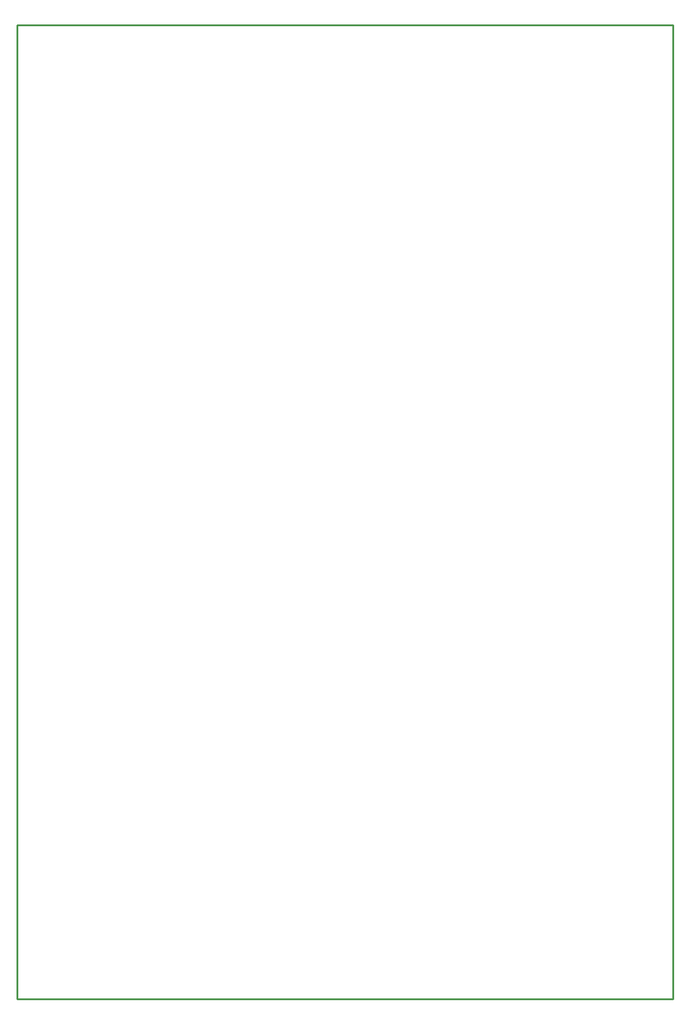
<source format=gko>
%FSLAX44Y44*%
%MOMM*%
G71*
G01*
G75*
G04 Layer_Color=16711935*
%ADD10C,0.6000*%
G04:AMPARAMS|DCode=11|XSize=1.4mm|YSize=1.2mm|CornerRadius=0.198mm|HoleSize=0mm|Usage=FLASHONLY|Rotation=90.000|XOffset=0mm|YOffset=0mm|HoleType=Round|Shape=RoundedRectangle|*
%AMROUNDEDRECTD11*
21,1,1.4000,0.8040,0,0,90.0*
21,1,1.0040,1.2000,0,0,90.0*
1,1,0.3960,0.4020,0.5020*
1,1,0.3960,0.4020,-0.5020*
1,1,0.3960,-0.4020,-0.5020*
1,1,0.3960,-0.4020,0.5020*
%
%ADD11ROUNDEDRECTD11*%
G04:AMPARAMS|DCode=12|XSize=1mm|YSize=0.9mm|CornerRadius=0.198mm|HoleSize=0mm|Usage=FLASHONLY|Rotation=180.000|XOffset=0mm|YOffset=0mm|HoleType=Round|Shape=RoundedRectangle|*
%AMROUNDEDRECTD12*
21,1,1.0000,0.5040,0,0,180.0*
21,1,0.6040,0.9000,0,0,180.0*
1,1,0.3960,-0.3020,0.2520*
1,1,0.3960,0.3020,0.2520*
1,1,0.3960,0.3020,-0.2520*
1,1,0.3960,-0.3020,-0.2520*
%
%ADD12ROUNDEDRECTD12*%
G04:AMPARAMS|DCode=13|XSize=1.05mm|YSize=0.65mm|CornerRadius=0.2015mm|HoleSize=0mm|Usage=FLASHONLY|Rotation=0.000|XOffset=0mm|YOffset=0mm|HoleType=Round|Shape=RoundedRectangle|*
%AMROUNDEDRECTD13*
21,1,1.0500,0.2470,0,0,0.0*
21,1,0.6470,0.6500,0,0,0.0*
1,1,0.4030,0.3235,-0.1235*
1,1,0.4030,-0.3235,-0.1235*
1,1,0.4030,-0.3235,0.1235*
1,1,0.4030,0.3235,0.1235*
%
%ADD13ROUNDEDRECTD13*%
G04:AMPARAMS|DCode=14|XSize=1mm|YSize=0.9mm|CornerRadius=0.198mm|HoleSize=0mm|Usage=FLASHONLY|Rotation=90.000|XOffset=0mm|YOffset=0mm|HoleType=Round|Shape=RoundedRectangle|*
%AMROUNDEDRECTD14*
21,1,1.0000,0.5040,0,0,90.0*
21,1,0.6040,0.9000,0,0,90.0*
1,1,0.3960,0.2520,0.3020*
1,1,0.3960,0.2520,-0.3020*
1,1,0.3960,-0.2520,-0.3020*
1,1,0.3960,-0.2520,0.3020*
%
%ADD14ROUNDEDRECTD14*%
G04:AMPARAMS|DCode=15|XSize=1mm|YSize=0.95mm|CornerRadius=0.1995mm|HoleSize=0mm|Usage=FLASHONLY|Rotation=270.000|XOffset=0mm|YOffset=0mm|HoleType=Round|Shape=RoundedRectangle|*
%AMROUNDEDRECTD15*
21,1,1.0000,0.5510,0,0,270.0*
21,1,0.6010,0.9500,0,0,270.0*
1,1,0.3990,-0.2755,-0.3005*
1,1,0.3990,-0.2755,0.3005*
1,1,0.3990,0.2755,0.3005*
1,1,0.3990,0.2755,-0.3005*
%
%ADD15ROUNDEDRECTD15*%
%ADD16C,1.0000*%
%ADD17O,1.5000X0.3000*%
%ADD18O,0.3000X1.5000*%
G04:AMPARAMS|DCode=19|XSize=2.5mm|YSize=2mm|CornerRadius=0.2mm|HoleSize=0mm|Usage=FLASHONLY|Rotation=270.000|XOffset=0mm|YOffset=0mm|HoleType=Round|Shape=RoundedRectangle|*
%AMROUNDEDRECTD19*
21,1,2.5000,1.6000,0,0,270.0*
21,1,2.1000,2.0000,0,0,270.0*
1,1,0.4000,-0.8000,-1.0500*
1,1,0.4000,-0.8000,1.0500*
1,1,0.4000,0.8000,1.0500*
1,1,0.4000,0.8000,-1.0500*
%
%ADD19ROUNDEDRECTD19*%
G04:AMPARAMS|DCode=20|XSize=2.3mm|YSize=0.5mm|CornerRadius=0.2mm|HoleSize=0mm|Usage=FLASHONLY|Rotation=270.000|XOffset=0mm|YOffset=0mm|HoleType=Round|Shape=RoundedRectangle|*
%AMROUNDEDRECTD20*
21,1,2.3000,0.1000,0,0,270.0*
21,1,1.9000,0.5000,0,0,270.0*
1,1,0.4000,-0.0500,-0.9500*
1,1,0.4000,-0.0500,0.9500*
1,1,0.4000,0.0500,0.9500*
1,1,0.4000,0.0500,-0.9500*
%
%ADD20ROUNDEDRECTD20*%
G04:AMPARAMS|DCode=21|XSize=2.5mm|YSize=1.7mm|CornerRadius=0.204mm|HoleSize=0mm|Usage=FLASHONLY|Rotation=0.000|XOffset=0mm|YOffset=0mm|HoleType=Round|Shape=RoundedRectangle|*
%AMROUNDEDRECTD21*
21,1,2.5000,1.2920,0,0,0.0*
21,1,2.0920,1.7000,0,0,0.0*
1,1,0.4080,1.0460,-0.6460*
1,1,0.4080,-1.0460,-0.6460*
1,1,0.4080,-1.0460,0.6460*
1,1,0.4080,1.0460,0.6460*
%
%ADD21ROUNDEDRECTD21*%
G04:AMPARAMS|DCode=22|XSize=1.1mm|YSize=0.8mm|CornerRadius=0.268mm|HoleSize=0mm|Usage=FLASHONLY|Rotation=0.000|XOffset=0mm|YOffset=0mm|HoleType=Round|Shape=RoundedRectangle|*
%AMROUNDEDRECTD22*
21,1,1.1000,0.2640,0,0,0.0*
21,1,0.5640,0.8000,0,0,0.0*
1,1,0.5360,0.2820,-0.1320*
1,1,0.5360,-0.2820,-0.1320*
1,1,0.5360,-0.2820,0.1320*
1,1,0.5360,0.2820,0.1320*
%
%ADD22ROUNDEDRECTD22*%
G04:AMPARAMS|DCode=23|XSize=1.1mm|YSize=0.6mm|CornerRadius=0.201mm|HoleSize=0mm|Usage=FLASHONLY|Rotation=0.000|XOffset=0mm|YOffset=0mm|HoleType=Round|Shape=RoundedRectangle|*
%AMROUNDEDRECTD23*
21,1,1.1000,0.1980,0,0,0.0*
21,1,0.6980,0.6000,0,0,0.0*
1,1,0.4020,0.3490,-0.0990*
1,1,0.4020,-0.3490,-0.0990*
1,1,0.4020,-0.3490,0.0990*
1,1,0.4020,0.3490,0.0990*
%
%ADD23ROUNDEDRECTD23*%
G04:AMPARAMS|DCode=24|XSize=1.2mm|YSize=1.2mm|CornerRadius=0.198mm|HoleSize=0mm|Usage=FLASHONLY|Rotation=0.000|XOffset=0mm|YOffset=0mm|HoleType=Round|Shape=RoundedRectangle|*
%AMROUNDEDRECTD24*
21,1,1.2000,0.8040,0,0,0.0*
21,1,0.8040,1.2000,0,0,0.0*
1,1,0.3960,0.4020,-0.4020*
1,1,0.3960,-0.4020,-0.4020*
1,1,0.3960,-0.4020,0.4020*
1,1,0.3960,0.4020,0.4020*
%
%ADD24ROUNDEDRECTD24*%
G04:AMPARAMS|DCode=25|XSize=1.45mm|YSize=1.15mm|CornerRadius=0.2013mm|HoleSize=0mm|Usage=FLASHONLY|Rotation=180.000|XOffset=0mm|YOffset=0mm|HoleType=Round|Shape=RoundedRectangle|*
%AMROUNDEDRECTD25*
21,1,1.4500,0.7475,0,0,180.0*
21,1,1.0475,1.1500,0,0,180.0*
1,1,0.4025,-0.5238,0.3738*
1,1,0.4025,0.5238,0.3738*
1,1,0.4025,0.5238,-0.3738*
1,1,0.4025,-0.5238,-0.3738*
%
%ADD25ROUNDEDRECTD25*%
G04:AMPARAMS|DCode=26|XSize=1mm|YSize=0.95mm|CornerRadius=0.1995mm|HoleSize=0mm|Usage=FLASHONLY|Rotation=180.000|XOffset=0mm|YOffset=0mm|HoleType=Round|Shape=RoundedRectangle|*
%AMROUNDEDRECTD26*
21,1,1.0000,0.5510,0,0,180.0*
21,1,0.6010,0.9500,0,0,180.0*
1,1,0.3990,-0.3005,0.2755*
1,1,0.3990,0.3005,0.2755*
1,1,0.3990,0.3005,-0.2755*
1,1,0.3990,-0.3005,-0.2755*
%
%ADD26ROUNDEDRECTD26*%
G04:AMPARAMS|DCode=27|XSize=1.45mm|YSize=1.15mm|CornerRadius=0.2013mm|HoleSize=0mm|Usage=FLASHONLY|Rotation=270.000|XOffset=0mm|YOffset=0mm|HoleType=Round|Shape=RoundedRectangle|*
%AMROUNDEDRECTD27*
21,1,1.4500,0.7475,0,0,270.0*
21,1,1.0475,1.1500,0,0,270.0*
1,1,0.4025,-0.3738,-0.5238*
1,1,0.4025,-0.3738,0.5238*
1,1,0.4025,0.3738,0.5238*
1,1,0.4025,0.3738,-0.5238*
%
%ADD27ROUNDEDRECTD27*%
G04:AMPARAMS|DCode=28|XSize=0.62mm|YSize=0.62mm|CornerRadius=0.1488mm|HoleSize=0mm|Usage=FLASHONLY|Rotation=0.000|XOffset=0mm|YOffset=0mm|HoleType=Round|Shape=RoundedRectangle|*
%AMROUNDEDRECTD28*
21,1,0.6200,0.3224,0,0,0.0*
21,1,0.3224,0.6200,0,0,0.0*
1,1,0.2976,0.1612,-0.1612*
1,1,0.2976,-0.1612,-0.1612*
1,1,0.2976,-0.1612,0.1612*
1,1,0.2976,0.1612,0.1612*
%
%ADD28ROUNDEDRECTD28*%
G04:AMPARAMS|DCode=29|XSize=2.7mm|YSize=1.15mm|CornerRadius=0.2013mm|HoleSize=0mm|Usage=FLASHONLY|Rotation=0.000|XOffset=0mm|YOffset=0mm|HoleType=Round|Shape=RoundedRectangle|*
%AMROUNDEDRECTD29*
21,1,2.7000,0.7475,0,0,0.0*
21,1,2.2975,1.1500,0,0,0.0*
1,1,0.4025,1.1487,-0.3738*
1,1,0.4025,-1.1487,-0.3738*
1,1,0.4025,-1.1487,0.3738*
1,1,0.4025,1.1487,0.3738*
%
%ADD29ROUNDEDRECTD29*%
G04:AMPARAMS|DCode=30|XSize=2.7mm|YSize=1.15mm|CornerRadius=0.2013mm|HoleSize=0mm|Usage=FLASHONLY|Rotation=270.000|XOffset=0mm|YOffset=0mm|HoleType=Round|Shape=RoundedRectangle|*
%AMROUNDEDRECTD30*
21,1,2.7000,0.7475,0,0,270.0*
21,1,2.2975,1.1500,0,0,270.0*
1,1,0.4025,-0.3738,-1.1487*
1,1,0.4025,-0.3738,1.1487*
1,1,0.4025,0.3738,1.1487*
1,1,0.4025,0.3738,-1.1487*
%
%ADD30ROUNDEDRECTD30*%
G04:AMPARAMS|DCode=31|XSize=0.65mm|YSize=0.5mm|CornerRadius=0.2mm|HoleSize=0mm|Usage=FLASHONLY|Rotation=0.000|XOffset=0mm|YOffset=0mm|HoleType=Round|Shape=RoundedRectangle|*
%AMROUNDEDRECTD31*
21,1,0.6500,0.1000,0,0,0.0*
21,1,0.2500,0.5000,0,0,0.0*
1,1,0.4000,0.1250,-0.0500*
1,1,0.4000,-0.1250,-0.0500*
1,1,0.4000,-0.1250,0.0500*
1,1,0.4000,0.1250,0.0500*
%
%ADD31ROUNDEDRECTD31*%
G04:AMPARAMS|DCode=32|XSize=3.3mm|YSize=2.5mm|CornerRadius=0.2mm|HoleSize=0mm|Usage=FLASHONLY|Rotation=180.000|XOffset=0mm|YOffset=0mm|HoleType=Round|Shape=RoundedRectangle|*
%AMROUNDEDRECTD32*
21,1,3.3000,2.1000,0,0,180.0*
21,1,2.9000,2.5000,0,0,180.0*
1,1,0.4000,-1.4500,1.0500*
1,1,0.4000,1.4500,1.0500*
1,1,0.4000,1.4500,-1.0500*
1,1,0.4000,-1.4500,-1.0500*
%
%ADD32ROUNDEDRECTD32*%
G04:AMPARAMS|DCode=33|XSize=6.5mm|YSize=5mm|CornerRadius=0.25mm|HoleSize=0mm|Usage=FLASHONLY|Rotation=0.000|XOffset=0mm|YOffset=0mm|HoleType=Round|Shape=RoundedRectangle|*
%AMROUNDEDRECTD33*
21,1,6.5000,4.5000,0,0,0.0*
21,1,6.0000,5.0000,0,0,0.0*
1,1,0.5000,3.0000,-2.2500*
1,1,0.5000,-3.0000,-2.2500*
1,1,0.5000,-3.0000,2.2500*
1,1,0.5000,3.0000,2.2500*
%
%ADD33ROUNDEDRECTD33*%
%ADD34O,0.5000X1.3500*%
%ADD35O,1.3500X0.5000*%
G04:AMPARAMS|DCode=36|XSize=1.75mm|YSize=1.05mm|CornerRadius=0.1995mm|HoleSize=0mm|Usage=FLASHONLY|Rotation=90.000|XOffset=0mm|YOffset=0mm|HoleType=Round|Shape=RoundedRectangle|*
%AMROUNDEDRECTD36*
21,1,1.7500,0.6510,0,0,90.0*
21,1,1.3510,1.0500,0,0,90.0*
1,1,0.3990,0.3255,0.6755*
1,1,0.3990,0.3255,-0.6755*
1,1,0.3990,-0.3255,-0.6755*
1,1,0.3990,-0.3255,0.6755*
%
%ADD36ROUNDEDRECTD36*%
G04:AMPARAMS|DCode=37|XSize=1.75mm|YSize=1.05mm|CornerRadius=0.1995mm|HoleSize=0mm|Usage=FLASHONLY|Rotation=180.000|XOffset=0mm|YOffset=0mm|HoleType=Round|Shape=RoundedRectangle|*
%AMROUNDEDRECTD37*
21,1,1.7500,0.6510,0,0,180.0*
21,1,1.3510,1.0500,0,0,180.0*
1,1,0.3990,-0.6755,0.3255*
1,1,0.3990,0.6755,0.3255*
1,1,0.3990,0.6755,-0.3255*
1,1,0.3990,-0.6755,-0.3255*
%
%ADD37ROUNDEDRECTD37*%
G04:AMPARAMS|DCode=38|XSize=0.7mm|YSize=0.25mm|CornerRadius=0.0838mm|HoleSize=0mm|Usage=FLASHONLY|Rotation=0.000|XOffset=0mm|YOffset=0mm|HoleType=Round|Shape=RoundedRectangle|*
%AMROUNDEDRECTD38*
21,1,0.7000,0.0825,0,0,0.0*
21,1,0.5325,0.2500,0,0,0.0*
1,1,0.1675,0.2662,-0.0413*
1,1,0.1675,-0.2662,-0.0413*
1,1,0.1675,-0.2662,0.0413*
1,1,0.1675,0.2662,0.0413*
%
%ADD38ROUNDEDRECTD38*%
G04:AMPARAMS|DCode=39|XSize=1.35mm|YSize=1.65mm|CornerRadius=0.27mm|HoleSize=0mm|Usage=FLASHONLY|Rotation=90.000|XOffset=0mm|YOffset=0mm|HoleType=Round|Shape=RoundedRectangle|*
%AMROUNDEDRECTD39*
21,1,1.3500,1.1100,0,0,90.0*
21,1,0.8100,1.6500,0,0,90.0*
1,1,0.5400,0.5550,0.4050*
1,1,0.5400,0.5550,-0.4050*
1,1,0.5400,-0.5550,-0.4050*
1,1,0.5400,-0.5550,0.4050*
%
%ADD39ROUNDEDRECTD39*%
%ADD40O,1.5500X0.6000*%
G04:AMPARAMS|DCode=41|XSize=3.95mm|YSize=1.2mm|CornerRadius=0.198mm|HoleSize=0mm|Usage=FLASHONLY|Rotation=90.000|XOffset=0mm|YOffset=0mm|HoleType=Round|Shape=RoundedRectangle|*
%AMROUNDEDRECTD41*
21,1,3.9500,0.8040,0,0,90.0*
21,1,3.5540,1.2000,0,0,90.0*
1,1,0.3960,0.4020,1.7770*
1,1,0.3960,0.4020,-1.7770*
1,1,0.3960,-0.4020,-1.7770*
1,1,0.3960,-0.4020,1.7770*
%
%ADD41ROUNDEDRECTD41*%
G04:AMPARAMS|DCode=42|XSize=11.3mm|YSize=10.75mm|CornerRadius=0.215mm|HoleSize=0mm|Usage=FLASHONLY|Rotation=90.000|XOffset=0mm|YOffset=0mm|HoleType=Round|Shape=RoundedRectangle|*
%AMROUNDEDRECTD42*
21,1,11.3000,10.3200,0,0,90.0*
21,1,10.8700,10.7500,0,0,90.0*
1,1,0.4300,5.1600,5.4350*
1,1,0.4300,5.1600,-5.4350*
1,1,0.4300,-5.1600,-5.4350*
1,1,0.4300,-5.1600,5.4350*
%
%ADD42ROUNDEDRECTD42*%
G04:AMPARAMS|DCode=43|XSize=2.85mm|YSize=1mm|CornerRadius=0.2mm|HoleSize=0mm|Usage=FLASHONLY|Rotation=90.000|XOffset=0mm|YOffset=0mm|HoleType=Round|Shape=RoundedRectangle|*
%AMROUNDEDRECTD43*
21,1,2.8500,0.6000,0,0,90.0*
21,1,2.4500,1.0000,0,0,90.0*
1,1,0.4000,0.3000,1.2250*
1,1,0.4000,0.3000,-1.2250*
1,1,0.4000,-0.3000,-1.2250*
1,1,0.4000,-0.3000,1.2250*
%
%ADD43ROUNDEDRECTD43*%
G04:AMPARAMS|DCode=44|XSize=6.45mm|YSize=6mm|CornerRadius=0.21mm|HoleSize=0mm|Usage=FLASHONLY|Rotation=90.000|XOffset=0mm|YOffset=0mm|HoleType=Round|Shape=RoundedRectangle|*
%AMROUNDEDRECTD44*
21,1,6.4500,5.5800,0,0,90.0*
21,1,6.0300,6.0000,0,0,90.0*
1,1,0.4200,2.7900,3.0150*
1,1,0.4200,2.7900,-3.0150*
1,1,0.4200,-2.7900,-3.0150*
1,1,0.4200,-2.7900,3.0150*
%
%ADD44ROUNDEDRECTD44*%
%ADD45O,0.6000X1.5500*%
G04:AMPARAMS|DCode=46|XSize=4.9mm|YSize=1.6mm|CornerRadius=0.2mm|HoleSize=0mm|Usage=FLASHONLY|Rotation=270.000|XOffset=0mm|YOffset=0mm|HoleType=Round|Shape=RoundedRectangle|*
%AMROUNDEDRECTD46*
21,1,4.9000,1.2000,0,0,270.0*
21,1,4.5000,1.6000,0,0,270.0*
1,1,0.4000,-0.6000,-2.2500*
1,1,0.4000,-0.6000,2.2500*
1,1,0.4000,0.6000,2.2500*
1,1,0.4000,0.6000,-2.2500*
%
%ADD46ROUNDEDRECTD46*%
%ADD47R,1.3000X1.3000*%
%ADD48C,1.3000*%
%ADD49O,0.3000X1.0000*%
%ADD50O,1.0000X0.3000*%
%ADD51R,0.3500X0.3500*%
%ADD52C,0.2000*%
%ADD53C,0.5000*%
%ADD54C,0.2500*%
%ADD55C,0.8000*%
%ADD56C,2.0000*%
%ADD57C,1.0000*%
%ADD58C,0.3500*%
%ADD59C,0.6000*%
%ADD60C,0.2540*%
%ADD61C,6.0000*%
%ADD62C,1.9000*%
%ADD63C,0.5000*%
%ADD64C,2.5000*%
%ADD65C,4.5000*%
%ADD66C,0.3000*%
%ADD67C,0.1500*%
%ADD68C,0.1000*%
%ADD69C,0.1524*%
%ADD70C,0.0000*%
%ADD71C,0.8000*%
G04:AMPARAMS|DCode=72|XSize=1.55mm|YSize=1.35mm|CornerRadius=0.273mm|HoleSize=0mm|Usage=FLASHONLY|Rotation=90.000|XOffset=0mm|YOffset=0mm|HoleType=Round|Shape=RoundedRectangle|*
%AMROUNDEDRECTD72*
21,1,1.5500,0.8040,0,0,90.0*
21,1,1.0040,1.3500,0,0,90.0*
1,1,0.5460,0.4020,0.5020*
1,1,0.5460,0.4020,-0.5020*
1,1,0.5460,-0.4020,-0.5020*
1,1,0.5460,-0.4020,0.5020*
%
%ADD72ROUNDEDRECTD72*%
G04:AMPARAMS|DCode=73|XSize=1.15mm|YSize=1.05mm|CornerRadius=0.273mm|HoleSize=0mm|Usage=FLASHONLY|Rotation=180.000|XOffset=0mm|YOffset=0mm|HoleType=Round|Shape=RoundedRectangle|*
%AMROUNDEDRECTD73*
21,1,1.1500,0.5040,0,0,180.0*
21,1,0.6040,1.0500,0,0,180.0*
1,1,0.5460,-0.3020,0.2520*
1,1,0.5460,0.3020,0.2520*
1,1,0.5460,0.3020,-0.2520*
1,1,0.5460,-0.3020,-0.2520*
%
%ADD73ROUNDEDRECTD73*%
G04:AMPARAMS|DCode=74|XSize=1.2mm|YSize=0.8mm|CornerRadius=0.2765mm|HoleSize=0mm|Usage=FLASHONLY|Rotation=0.000|XOffset=0mm|YOffset=0mm|HoleType=Round|Shape=RoundedRectangle|*
%AMROUNDEDRECTD74*
21,1,1.2000,0.2470,0,0,0.0*
21,1,0.6470,0.8000,0,0,0.0*
1,1,0.5530,0.3235,-0.1235*
1,1,0.5530,-0.3235,-0.1235*
1,1,0.5530,-0.3235,0.1235*
1,1,0.5530,0.3235,0.1235*
%
%ADD74ROUNDEDRECTD74*%
G04:AMPARAMS|DCode=75|XSize=1.15mm|YSize=1.05mm|CornerRadius=0.273mm|HoleSize=0mm|Usage=FLASHONLY|Rotation=90.000|XOffset=0mm|YOffset=0mm|HoleType=Round|Shape=RoundedRectangle|*
%AMROUNDEDRECTD75*
21,1,1.1500,0.5040,0,0,90.0*
21,1,0.6040,1.0500,0,0,90.0*
1,1,0.5460,0.2520,0.3020*
1,1,0.5460,0.2520,-0.3020*
1,1,0.5460,-0.2520,-0.3020*
1,1,0.5460,-0.2520,0.3020*
%
%ADD75ROUNDEDRECTD75*%
G04:AMPARAMS|DCode=76|XSize=1.15mm|YSize=1.1mm|CornerRadius=0.2745mm|HoleSize=0mm|Usage=FLASHONLY|Rotation=270.000|XOffset=0mm|YOffset=0mm|HoleType=Round|Shape=RoundedRectangle|*
%AMROUNDEDRECTD76*
21,1,1.1500,0.5510,0,0,270.0*
21,1,0.6010,1.1000,0,0,270.0*
1,1,0.5490,-0.2755,-0.3005*
1,1,0.5490,-0.2755,0.3005*
1,1,0.5490,0.2755,0.3005*
1,1,0.5490,0.2755,-0.3005*
%
%ADD76ROUNDEDRECTD76*%
%ADD77C,2.0000*%
%ADD78O,1.6000X0.4000*%
%ADD79O,0.4000X1.6000*%
G04:AMPARAMS|DCode=80|XSize=2.65mm|YSize=2.15mm|CornerRadius=0.275mm|HoleSize=0mm|Usage=FLASHONLY|Rotation=270.000|XOffset=0mm|YOffset=0mm|HoleType=Round|Shape=RoundedRectangle|*
%AMROUNDEDRECTD80*
21,1,2.6500,1.6000,0,0,270.0*
21,1,2.1000,2.1500,0,0,270.0*
1,1,0.5500,-0.8000,-1.0500*
1,1,0.5500,-0.8000,1.0500*
1,1,0.5500,0.8000,1.0500*
1,1,0.5500,0.8000,-1.0500*
%
%ADD80ROUNDEDRECTD80*%
G04:AMPARAMS|DCode=81|XSize=2.45mm|YSize=0.65mm|CornerRadius=0.275mm|HoleSize=0mm|Usage=FLASHONLY|Rotation=270.000|XOffset=0mm|YOffset=0mm|HoleType=Round|Shape=RoundedRectangle|*
%AMROUNDEDRECTD81*
21,1,2.4500,0.1000,0,0,270.0*
21,1,1.9000,0.6500,0,0,270.0*
1,1,0.5500,-0.0500,-0.9500*
1,1,0.5500,-0.0500,0.9500*
1,1,0.5500,0.0500,0.9500*
1,1,0.5500,0.0500,-0.9500*
%
%ADD81ROUNDEDRECTD81*%
G04:AMPARAMS|DCode=82|XSize=2.65mm|YSize=1.85mm|CornerRadius=0.279mm|HoleSize=0mm|Usage=FLASHONLY|Rotation=0.000|XOffset=0mm|YOffset=0mm|HoleType=Round|Shape=RoundedRectangle|*
%AMROUNDEDRECTD82*
21,1,2.6500,1.2920,0,0,0.0*
21,1,2.0920,1.8500,0,0,0.0*
1,1,0.5580,1.0460,-0.6460*
1,1,0.5580,-1.0460,-0.6460*
1,1,0.5580,-1.0460,0.6460*
1,1,0.5580,1.0460,0.6460*
%
%ADD82ROUNDEDRECTD82*%
G04:AMPARAMS|DCode=83|XSize=1.25mm|YSize=0.95mm|CornerRadius=0.343mm|HoleSize=0mm|Usage=FLASHONLY|Rotation=0.000|XOffset=0mm|YOffset=0mm|HoleType=Round|Shape=RoundedRectangle|*
%AMROUNDEDRECTD83*
21,1,1.2500,0.2640,0,0,0.0*
21,1,0.5640,0.9500,0,0,0.0*
1,1,0.6860,0.2820,-0.1320*
1,1,0.6860,-0.2820,-0.1320*
1,1,0.6860,-0.2820,0.1320*
1,1,0.6860,0.2820,0.1320*
%
%ADD83ROUNDEDRECTD83*%
G04:AMPARAMS|DCode=84|XSize=1.25mm|YSize=0.75mm|CornerRadius=0.276mm|HoleSize=0mm|Usage=FLASHONLY|Rotation=0.000|XOffset=0mm|YOffset=0mm|HoleType=Round|Shape=RoundedRectangle|*
%AMROUNDEDRECTD84*
21,1,1.2500,0.1980,0,0,0.0*
21,1,0.6980,0.7500,0,0,0.0*
1,1,0.5520,0.3490,-0.0990*
1,1,0.5520,-0.3490,-0.0990*
1,1,0.5520,-0.3490,0.0990*
1,1,0.5520,0.3490,0.0990*
%
%ADD84ROUNDEDRECTD84*%
G04:AMPARAMS|DCode=85|XSize=1.35mm|YSize=1.35mm|CornerRadius=0.273mm|HoleSize=0mm|Usage=FLASHONLY|Rotation=0.000|XOffset=0mm|YOffset=0mm|HoleType=Round|Shape=RoundedRectangle|*
%AMROUNDEDRECTD85*
21,1,1.3500,0.8040,0,0,0.0*
21,1,0.8040,1.3500,0,0,0.0*
1,1,0.5460,0.4020,-0.4020*
1,1,0.5460,-0.4020,-0.4020*
1,1,0.5460,-0.4020,0.4020*
1,1,0.5460,0.4020,0.4020*
%
%ADD85ROUNDEDRECTD85*%
G04:AMPARAMS|DCode=86|XSize=1.6mm|YSize=1.3mm|CornerRadius=0.2763mm|HoleSize=0mm|Usage=FLASHONLY|Rotation=180.000|XOffset=0mm|YOffset=0mm|HoleType=Round|Shape=RoundedRectangle|*
%AMROUNDEDRECTD86*
21,1,1.6000,0.7475,0,0,180.0*
21,1,1.0475,1.3000,0,0,180.0*
1,1,0.5525,-0.5238,0.3738*
1,1,0.5525,0.5238,0.3738*
1,1,0.5525,0.5238,-0.3738*
1,1,0.5525,-0.5238,-0.3738*
%
%ADD86ROUNDEDRECTD86*%
G04:AMPARAMS|DCode=87|XSize=1.15mm|YSize=1.1mm|CornerRadius=0.2745mm|HoleSize=0mm|Usage=FLASHONLY|Rotation=180.000|XOffset=0mm|YOffset=0mm|HoleType=Round|Shape=RoundedRectangle|*
%AMROUNDEDRECTD87*
21,1,1.1500,0.5510,0,0,180.0*
21,1,0.6010,1.1000,0,0,180.0*
1,1,0.5490,-0.3005,0.2755*
1,1,0.5490,0.3005,0.2755*
1,1,0.5490,0.3005,-0.2755*
1,1,0.5490,-0.3005,-0.2755*
%
%ADD87ROUNDEDRECTD87*%
G04:AMPARAMS|DCode=88|XSize=1.6mm|YSize=1.3mm|CornerRadius=0.2763mm|HoleSize=0mm|Usage=FLASHONLY|Rotation=270.000|XOffset=0mm|YOffset=0mm|HoleType=Round|Shape=RoundedRectangle|*
%AMROUNDEDRECTD88*
21,1,1.6000,0.7475,0,0,270.0*
21,1,1.0475,1.3000,0,0,270.0*
1,1,0.5525,-0.3738,-0.5238*
1,1,0.5525,-0.3738,0.5238*
1,1,0.5525,0.3738,0.5238*
1,1,0.5525,0.3738,-0.5238*
%
%ADD88ROUNDEDRECTD88*%
G04:AMPARAMS|DCode=89|XSize=0.77mm|YSize=0.77mm|CornerRadius=0.2238mm|HoleSize=0mm|Usage=FLASHONLY|Rotation=0.000|XOffset=0mm|YOffset=0mm|HoleType=Round|Shape=RoundedRectangle|*
%AMROUNDEDRECTD89*
21,1,0.7700,0.3224,0,0,0.0*
21,1,0.3224,0.7700,0,0,0.0*
1,1,0.4476,0.1612,-0.1612*
1,1,0.4476,-0.1612,-0.1612*
1,1,0.4476,-0.1612,0.1612*
1,1,0.4476,0.1612,0.1612*
%
%ADD89ROUNDEDRECTD89*%
G04:AMPARAMS|DCode=90|XSize=2.85mm|YSize=1.3mm|CornerRadius=0.2763mm|HoleSize=0mm|Usage=FLASHONLY|Rotation=0.000|XOffset=0mm|YOffset=0mm|HoleType=Round|Shape=RoundedRectangle|*
%AMROUNDEDRECTD90*
21,1,2.8500,0.7475,0,0,0.0*
21,1,2.2975,1.3000,0,0,0.0*
1,1,0.5525,1.1487,-0.3738*
1,1,0.5525,-1.1487,-0.3738*
1,1,0.5525,-1.1487,0.3738*
1,1,0.5525,1.1487,0.3738*
%
%ADD90ROUNDEDRECTD90*%
G04:AMPARAMS|DCode=91|XSize=2.85mm|YSize=1.3mm|CornerRadius=0.2763mm|HoleSize=0mm|Usage=FLASHONLY|Rotation=270.000|XOffset=0mm|YOffset=0mm|HoleType=Round|Shape=RoundedRectangle|*
%AMROUNDEDRECTD91*
21,1,2.8500,0.7475,0,0,270.0*
21,1,2.2975,1.3000,0,0,270.0*
1,1,0.5525,-0.3738,-1.1487*
1,1,0.5525,-0.3738,1.1487*
1,1,0.5525,0.3738,1.1487*
1,1,0.5525,0.3738,-1.1487*
%
%ADD91ROUNDEDRECTD91*%
G04:AMPARAMS|DCode=92|XSize=0.8mm|YSize=0.65mm|CornerRadius=0.275mm|HoleSize=0mm|Usage=FLASHONLY|Rotation=0.000|XOffset=0mm|YOffset=0mm|HoleType=Round|Shape=RoundedRectangle|*
%AMROUNDEDRECTD92*
21,1,0.8000,0.1000,0,0,0.0*
21,1,0.2500,0.6500,0,0,0.0*
1,1,0.5500,0.1250,-0.0500*
1,1,0.5500,-0.1250,-0.0500*
1,1,0.5500,-0.1250,0.0500*
1,1,0.5500,0.1250,0.0500*
%
%ADD92ROUNDEDRECTD92*%
G04:AMPARAMS|DCode=93|XSize=3.45mm|YSize=2.65mm|CornerRadius=0.275mm|HoleSize=0mm|Usage=FLASHONLY|Rotation=180.000|XOffset=0mm|YOffset=0mm|HoleType=Round|Shape=RoundedRectangle|*
%AMROUNDEDRECTD93*
21,1,3.4500,2.1000,0,0,180.0*
21,1,2.9000,2.6500,0,0,180.0*
1,1,0.5500,-1.4500,1.0500*
1,1,0.5500,1.4500,1.0500*
1,1,0.5500,1.4500,-1.0500*
1,1,0.5500,-1.4500,-1.0500*
%
%ADD93ROUNDEDRECTD93*%
G04:AMPARAMS|DCode=94|XSize=6.65mm|YSize=5.15mm|CornerRadius=0.325mm|HoleSize=0mm|Usage=FLASHONLY|Rotation=0.000|XOffset=0mm|YOffset=0mm|HoleType=Round|Shape=RoundedRectangle|*
%AMROUNDEDRECTD94*
21,1,6.6500,4.5000,0,0,0.0*
21,1,6.0000,5.1500,0,0,0.0*
1,1,0.6500,3.0000,-2.2500*
1,1,0.6500,-3.0000,-2.2500*
1,1,0.6500,-3.0000,2.2500*
1,1,0.6500,3.0000,2.2500*
%
%ADD94ROUNDEDRECTD94*%
%ADD95O,0.6500X1.5000*%
%ADD96O,1.5000X0.6500*%
G04:AMPARAMS|DCode=97|XSize=1.9mm|YSize=1.2mm|CornerRadius=0.2745mm|HoleSize=0mm|Usage=FLASHONLY|Rotation=90.000|XOffset=0mm|YOffset=0mm|HoleType=Round|Shape=RoundedRectangle|*
%AMROUNDEDRECTD97*
21,1,1.9000,0.6510,0,0,90.0*
21,1,1.3510,1.2000,0,0,90.0*
1,1,0.5490,0.3255,0.6755*
1,1,0.5490,0.3255,-0.6755*
1,1,0.5490,-0.3255,-0.6755*
1,1,0.5490,-0.3255,0.6755*
%
%ADD97ROUNDEDRECTD97*%
G04:AMPARAMS|DCode=98|XSize=1.9mm|YSize=1.2mm|CornerRadius=0.2745mm|HoleSize=0mm|Usage=FLASHONLY|Rotation=180.000|XOffset=0mm|YOffset=0mm|HoleType=Round|Shape=RoundedRectangle|*
%AMROUNDEDRECTD98*
21,1,1.9000,0.6510,0,0,180.0*
21,1,1.3510,1.2000,0,0,180.0*
1,1,0.5490,-0.6755,0.3255*
1,1,0.5490,0.6755,0.3255*
1,1,0.5490,0.6755,-0.3255*
1,1,0.5490,-0.6755,-0.3255*
%
%ADD98ROUNDEDRECTD98*%
G04:AMPARAMS|DCode=99|XSize=0.8mm|YSize=0.35mm|CornerRadius=0.1338mm|HoleSize=0mm|Usage=FLASHONLY|Rotation=0.000|XOffset=0mm|YOffset=0mm|HoleType=Round|Shape=RoundedRectangle|*
%AMROUNDEDRECTD99*
21,1,0.8000,0.0825,0,0,0.0*
21,1,0.5325,0.3500,0,0,0.0*
1,1,0.2675,0.2662,-0.0413*
1,1,0.2675,-0.2662,-0.0413*
1,1,0.2675,-0.2662,0.0413*
1,1,0.2675,0.2662,0.0413*
%
%ADD99ROUNDEDRECTD99*%
G04:AMPARAMS|DCode=100|XSize=1.5mm|YSize=1.8mm|CornerRadius=0.345mm|HoleSize=0mm|Usage=FLASHONLY|Rotation=90.000|XOffset=0mm|YOffset=0mm|HoleType=Round|Shape=RoundedRectangle|*
%AMROUNDEDRECTD100*
21,1,1.5000,1.1100,0,0,90.0*
21,1,0.8100,1.8000,0,0,90.0*
1,1,0.6900,0.5550,0.4050*
1,1,0.6900,0.5550,-0.4050*
1,1,0.6900,-0.5550,-0.4050*
1,1,0.6900,-0.5550,0.4050*
%
%ADD100ROUNDEDRECTD100*%
%ADD101O,1.7000X0.7500*%
G04:AMPARAMS|DCode=102|XSize=4.1mm|YSize=1.35mm|CornerRadius=0.273mm|HoleSize=0mm|Usage=FLASHONLY|Rotation=90.000|XOffset=0mm|YOffset=0mm|HoleType=Round|Shape=RoundedRectangle|*
%AMROUNDEDRECTD102*
21,1,4.1000,0.8040,0,0,90.0*
21,1,3.5540,1.3500,0,0,90.0*
1,1,0.5460,0.4020,1.7770*
1,1,0.5460,0.4020,-1.7770*
1,1,0.5460,-0.4020,-1.7770*
1,1,0.5460,-0.4020,1.7770*
%
%ADD102ROUNDEDRECTD102*%
G04:AMPARAMS|DCode=103|XSize=11.45mm|YSize=10.9mm|CornerRadius=0.29mm|HoleSize=0mm|Usage=FLASHONLY|Rotation=90.000|XOffset=0mm|YOffset=0mm|HoleType=Round|Shape=RoundedRectangle|*
%AMROUNDEDRECTD103*
21,1,11.4500,10.3200,0,0,90.0*
21,1,10.8700,10.9000,0,0,90.0*
1,1,0.5800,5.1600,5.4350*
1,1,0.5800,5.1600,-5.4350*
1,1,0.5800,-5.1600,-5.4350*
1,1,0.5800,-5.1600,5.4350*
%
%ADD103ROUNDEDRECTD103*%
G04:AMPARAMS|DCode=104|XSize=3mm|YSize=1.15mm|CornerRadius=0.275mm|HoleSize=0mm|Usage=FLASHONLY|Rotation=90.000|XOffset=0mm|YOffset=0mm|HoleType=Round|Shape=RoundedRectangle|*
%AMROUNDEDRECTD104*
21,1,3.0000,0.6000,0,0,90.0*
21,1,2.4500,1.1500,0,0,90.0*
1,1,0.5500,0.3000,1.2250*
1,1,0.5500,0.3000,-1.2250*
1,1,0.5500,-0.3000,-1.2250*
1,1,0.5500,-0.3000,1.2250*
%
%ADD104ROUNDEDRECTD104*%
G04:AMPARAMS|DCode=105|XSize=6.6mm|YSize=6.15mm|CornerRadius=0.285mm|HoleSize=0mm|Usage=FLASHONLY|Rotation=90.000|XOffset=0mm|YOffset=0mm|HoleType=Round|Shape=RoundedRectangle|*
%AMROUNDEDRECTD105*
21,1,6.6000,5.5800,0,0,90.0*
21,1,6.0300,6.1500,0,0,90.0*
1,1,0.5700,2.7900,3.0150*
1,1,0.5700,2.7900,-3.0150*
1,1,0.5700,-2.7900,-3.0150*
1,1,0.5700,-2.7900,3.0150*
%
%ADD105ROUNDEDRECTD105*%
%ADD106O,0.7500X1.7000*%
G04:AMPARAMS|DCode=107|XSize=5.05mm|YSize=1.75mm|CornerRadius=0.275mm|HoleSize=0mm|Usage=FLASHONLY|Rotation=270.000|XOffset=0mm|YOffset=0mm|HoleType=Round|Shape=RoundedRectangle|*
%AMROUNDEDRECTD107*
21,1,5.0500,1.2000,0,0,270.0*
21,1,4.5000,1.7500,0,0,270.0*
1,1,0.5500,-0.6000,-2.2500*
1,1,0.5500,-0.6000,2.2500*
1,1,0.5500,0.6000,2.2500*
1,1,0.5500,0.6000,-2.2500*
%
%ADD107ROUNDEDRECTD107*%
%ADD108R,1.5000X1.5000*%
%ADD109C,1.5000*%
%ADD110O,0.4000X1.1000*%
%ADD111O,1.1000X0.4000*%
%ADD112R,0.5500X0.5500*%
%ADD113C,6.2000*%
%ADD114C,2.0500*%
%ADD115C,1.0500*%
%ADD116C,2.6500*%
D54*
X5000Y-6000D02*
Y1345000D01*
X-905000D02*
X5000D01*
X-905000Y-6000D02*
Y1345000D01*
Y-6000D02*
X5000D01*
M02*

</source>
